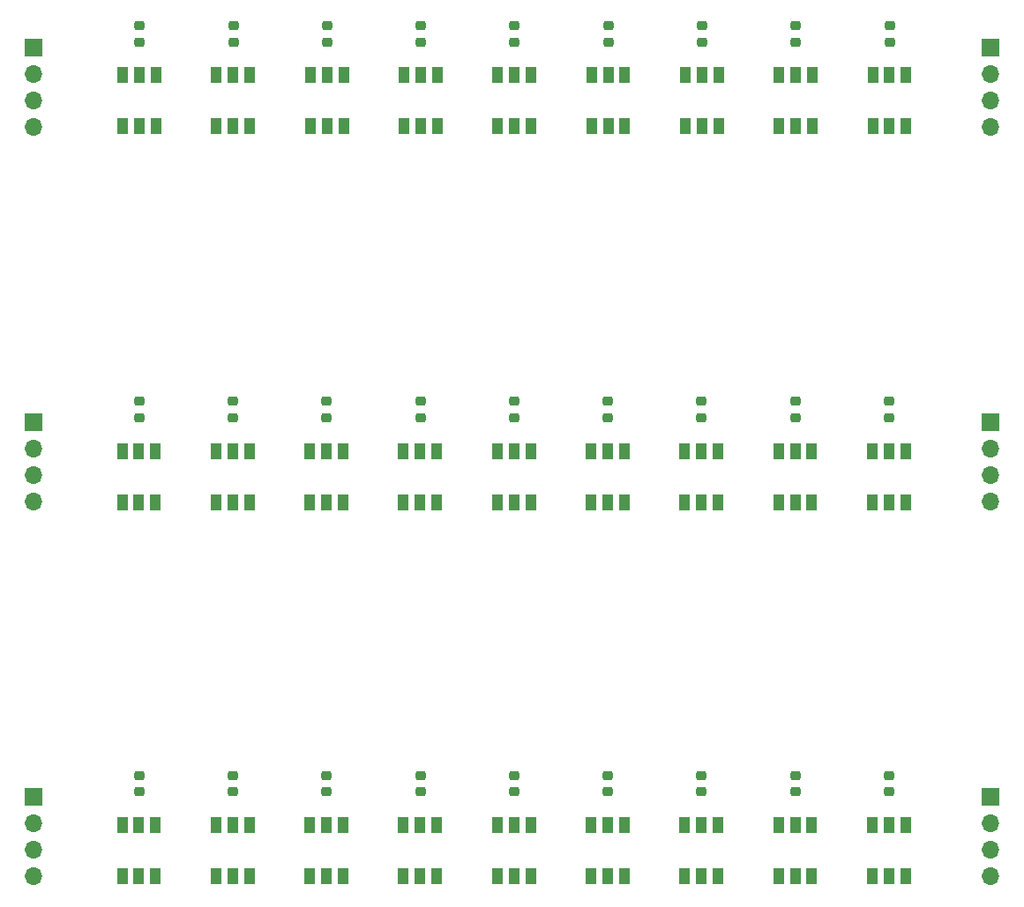
<source format=gbr>
%TF.GenerationSoftware,KiCad,Pcbnew,7.0.2*%
%TF.CreationDate,2023-08-24T09:05:18+02:00*%
%TF.ProjectId,TestingRig,54657374-696e-4675-9269-672e6b696361,rev?*%
%TF.SameCoordinates,Original*%
%TF.FileFunction,Soldermask,Top*%
%TF.FilePolarity,Negative*%
%FSLAX46Y46*%
G04 Gerber Fmt 4.6, Leading zero omitted, Abs format (unit mm)*
G04 Created by KiCad (PCBNEW 7.0.2) date 2023-08-24 09:05:18*
%MOMM*%
%LPD*%
G01*
G04 APERTURE LIST*
G04 Aperture macros list*
%AMRoundRect*
0 Rectangle with rounded corners*
0 $1 Rounding radius*
0 $2 $3 $4 $5 $6 $7 $8 $9 X,Y pos of 4 corners*
0 Add a 4 corners polygon primitive as box body*
4,1,4,$2,$3,$4,$5,$6,$7,$8,$9,$2,$3,0*
0 Add four circle primitives for the rounded corners*
1,1,$1+$1,$2,$3*
1,1,$1+$1,$4,$5*
1,1,$1+$1,$6,$7*
1,1,$1+$1,$8,$9*
0 Add four rect primitives between the rounded corners*
20,1,$1+$1,$2,$3,$4,$5,0*
20,1,$1+$1,$4,$5,$6,$7,0*
20,1,$1+$1,$6,$7,$8,$9,0*
20,1,$1+$1,$8,$9,$2,$3,0*%
G04 Aperture macros list end*
%ADD10RoundRect,0.225000X-0.250000X0.225000X-0.250000X-0.225000X0.250000X-0.225000X0.250000X0.225000X0*%
%ADD11R,1.700000X1.700000*%
%ADD12O,1.700000X1.700000*%
%ADD13R,1.000000X1.500000*%
G04 APERTURE END LIST*
D10*
%TO.C,C9*%
X178204375Y-131442819D03*
X178204375Y-132992819D03*
%TD*%
D11*
%TO.C,J3*%
X96050000Y-97546250D03*
D12*
X96050000Y-100086250D03*
X96050000Y-102626250D03*
X96050000Y-105166250D03*
%TD*%
D10*
%TO.C,C16*%
X160204375Y-95517968D03*
X160204375Y-97067968D03*
%TD*%
D13*
%TO.C,D26*%
X167643125Y-69100957D03*
X169243125Y-69100957D03*
X170843125Y-69100957D03*
X170843125Y-64200957D03*
X169243125Y-64200957D03*
X167643125Y-64200957D03*
%TD*%
%TO.C,D20*%
X113643125Y-69100957D03*
X115243125Y-69100957D03*
X116843125Y-69100957D03*
X116843125Y-64200957D03*
X115243125Y-64200957D03*
X113643125Y-64200957D03*
%TD*%
%TO.C,D16*%
X158593125Y-105192968D03*
X160193125Y-105192968D03*
X161793125Y-105192968D03*
X161793125Y-100292968D03*
X160193125Y-100292968D03*
X158593125Y-100292968D03*
%TD*%
D11*
%TO.C,J2*%
X187950000Y-133546250D03*
D12*
X187950000Y-136086250D03*
X187950000Y-138626250D03*
X187950000Y-141166250D03*
%TD*%
D10*
%TO.C,C1*%
X106204375Y-131442819D03*
X106204375Y-132992819D03*
%TD*%
D13*
%TO.C,D2*%
X113593125Y-141117819D03*
X115193125Y-141117819D03*
X116793125Y-141117819D03*
X116793125Y-136217819D03*
X115193125Y-136217819D03*
X113593125Y-136217819D03*
%TD*%
%TO.C,D10*%
X104593125Y-105192968D03*
X106193125Y-105192968D03*
X107793125Y-105192968D03*
X107793125Y-100292968D03*
X106193125Y-100292968D03*
X104593125Y-100292968D03*
%TD*%
D10*
%TO.C,C26*%
X169254375Y-59450957D03*
X169254375Y-61000957D03*
%TD*%
D13*
%TO.C,D7*%
X158593125Y-141117819D03*
X160193125Y-141117819D03*
X161793125Y-141117819D03*
X161793125Y-136217819D03*
X160193125Y-136217819D03*
X158593125Y-136217819D03*
%TD*%
D10*
%TO.C,C18*%
X178204375Y-95517968D03*
X178204375Y-97067968D03*
%TD*%
D11*
%TO.C,J6*%
X187950000Y-61546250D03*
D12*
X187950000Y-64086250D03*
X187950000Y-66626250D03*
X187950000Y-69166250D03*
%TD*%
D13*
%TO.C,D25*%
X158643125Y-69100957D03*
X160243125Y-69100957D03*
X161843125Y-69100957D03*
X161843125Y-64200957D03*
X160243125Y-64200957D03*
X158643125Y-64200957D03*
%TD*%
%TO.C,D8*%
X167593125Y-141117819D03*
X169193125Y-141117819D03*
X170793125Y-141117819D03*
X170793125Y-136217819D03*
X169193125Y-136217819D03*
X167593125Y-136217819D03*
%TD*%
%TO.C,D9*%
X176593125Y-141117819D03*
X178193125Y-141117819D03*
X179793125Y-141117819D03*
X179793125Y-136217819D03*
X178193125Y-136217819D03*
X176593125Y-136217819D03*
%TD*%
%TO.C,D18*%
X176593125Y-105192968D03*
X178193125Y-105192968D03*
X179793125Y-105192968D03*
X179793125Y-100292968D03*
X178193125Y-100292968D03*
X176593125Y-100292968D03*
%TD*%
%TO.C,D21*%
X122643125Y-69100957D03*
X124243125Y-69100957D03*
X125843125Y-69100957D03*
X125843125Y-64200957D03*
X124243125Y-64200957D03*
X122643125Y-64200957D03*
%TD*%
%TO.C,D22*%
X131643125Y-69100957D03*
X133243125Y-69100957D03*
X134843125Y-69100957D03*
X134843125Y-64200957D03*
X133243125Y-64200957D03*
X131643125Y-64200957D03*
%TD*%
D10*
%TO.C,C4*%
X133204375Y-131442819D03*
X133204375Y-132992819D03*
%TD*%
%TO.C,C6*%
X151204375Y-131442819D03*
X151204375Y-132992819D03*
%TD*%
%TO.C,C13*%
X133204375Y-95517968D03*
X133204375Y-97067968D03*
%TD*%
%TO.C,C17*%
X169204375Y-95517968D03*
X169204375Y-97067968D03*
%TD*%
%TO.C,C7*%
X160204375Y-131442819D03*
X160204375Y-132992819D03*
%TD*%
D13*
%TO.C,D1*%
X104593125Y-141117819D03*
X106193125Y-141117819D03*
X107793125Y-141117819D03*
X107793125Y-136217819D03*
X106193125Y-136217819D03*
X104593125Y-136217819D03*
%TD*%
D10*
%TO.C,C24*%
X151254375Y-59450957D03*
X151254375Y-61000957D03*
%TD*%
D13*
%TO.C,D23*%
X140643125Y-69100957D03*
X142243125Y-69100957D03*
X143843125Y-69100957D03*
X143843125Y-64200957D03*
X142243125Y-64200957D03*
X140643125Y-64200957D03*
%TD*%
D11*
%TO.C,J1*%
X96050000Y-133546250D03*
D12*
X96050000Y-136086250D03*
X96050000Y-138626250D03*
X96050000Y-141166250D03*
%TD*%
D10*
%TO.C,C15*%
X151204375Y-95517968D03*
X151204375Y-97067968D03*
%TD*%
%TO.C,C22*%
X133254375Y-59450957D03*
X133254375Y-61000957D03*
%TD*%
%TO.C,C27*%
X178254375Y-59450957D03*
X178254375Y-61000957D03*
%TD*%
D11*
%TO.C,J5*%
X96050000Y-61546250D03*
D12*
X96050000Y-64086250D03*
X96050000Y-66626250D03*
X96050000Y-69166250D03*
%TD*%
D10*
%TO.C,C3*%
X124204375Y-131442819D03*
X124204375Y-132992819D03*
%TD*%
D13*
%TO.C,D19*%
X104643125Y-69100957D03*
X106243125Y-69100957D03*
X107843125Y-69100957D03*
X107843125Y-64200957D03*
X106243125Y-64200957D03*
X104643125Y-64200957D03*
%TD*%
%TO.C,D5*%
X140593125Y-141117819D03*
X142193125Y-141117819D03*
X143793125Y-141117819D03*
X143793125Y-136217819D03*
X142193125Y-136217819D03*
X140593125Y-136217819D03*
%TD*%
%TO.C,D6*%
X149593125Y-141117819D03*
X151193125Y-141117819D03*
X152793125Y-141117819D03*
X152793125Y-136217819D03*
X151193125Y-136217819D03*
X149593125Y-136217819D03*
%TD*%
%TO.C,D11*%
X113593125Y-105192968D03*
X115193125Y-105192968D03*
X116793125Y-105192968D03*
X116793125Y-100292968D03*
X115193125Y-100292968D03*
X113593125Y-100292968D03*
%TD*%
D10*
%TO.C,C10*%
X106204375Y-95517968D03*
X106204375Y-97067968D03*
%TD*%
%TO.C,C23*%
X142254375Y-59450957D03*
X142254375Y-61000957D03*
%TD*%
%TO.C,C2*%
X115204375Y-131442819D03*
X115204375Y-132992819D03*
%TD*%
%TO.C,C11*%
X115204375Y-95517968D03*
X115204375Y-97067968D03*
%TD*%
D13*
%TO.C,D17*%
X167593125Y-105192968D03*
X169193125Y-105192968D03*
X170793125Y-105192968D03*
X170793125Y-100292968D03*
X169193125Y-100292968D03*
X167593125Y-100292968D03*
%TD*%
%TO.C,D4*%
X131593125Y-141117819D03*
X133193125Y-141117819D03*
X134793125Y-141117819D03*
X134793125Y-136217819D03*
X133193125Y-136217819D03*
X131593125Y-136217819D03*
%TD*%
D10*
%TO.C,C8*%
X169204375Y-131442819D03*
X169204375Y-132992819D03*
%TD*%
%TO.C,C14*%
X142204375Y-95517968D03*
X142204375Y-97067968D03*
%TD*%
%TO.C,C20*%
X115254375Y-59450957D03*
X115254375Y-61000957D03*
%TD*%
D13*
%TO.C,D15*%
X149593125Y-105192968D03*
X151193125Y-105192968D03*
X152793125Y-105192968D03*
X152793125Y-100292968D03*
X151193125Y-100292968D03*
X149593125Y-100292968D03*
%TD*%
D11*
%TO.C,J4*%
X187950000Y-97546250D03*
D12*
X187950000Y-100086250D03*
X187950000Y-102626250D03*
X187950000Y-105166250D03*
%TD*%
D13*
%TO.C,D14*%
X140593125Y-105192968D03*
X142193125Y-105192968D03*
X143793125Y-105192968D03*
X143793125Y-100292968D03*
X142193125Y-100292968D03*
X140593125Y-100292968D03*
%TD*%
%TO.C,D27*%
X176643125Y-69100957D03*
X178243125Y-69100957D03*
X179843125Y-69100957D03*
X179843125Y-64200957D03*
X178243125Y-64200957D03*
X176643125Y-64200957D03*
%TD*%
D10*
%TO.C,C19*%
X106254375Y-59450957D03*
X106254375Y-61000957D03*
%TD*%
%TO.C,C5*%
X142204375Y-131442819D03*
X142204375Y-132992819D03*
%TD*%
D13*
%TO.C,D13*%
X131593125Y-105192968D03*
X133193125Y-105192968D03*
X134793125Y-105192968D03*
X134793125Y-100292968D03*
X133193125Y-100292968D03*
X131593125Y-100292968D03*
%TD*%
D10*
%TO.C,C25*%
X160254375Y-59450957D03*
X160254375Y-61000957D03*
%TD*%
%TO.C,C12*%
X124204375Y-95517968D03*
X124204375Y-97067968D03*
%TD*%
D13*
%TO.C,D12*%
X122593125Y-105192968D03*
X124193125Y-105192968D03*
X125793125Y-105192968D03*
X125793125Y-100292968D03*
X124193125Y-100292968D03*
X122593125Y-100292968D03*
%TD*%
%TO.C,D3*%
X122593125Y-141117819D03*
X124193125Y-141117819D03*
X125793125Y-141117819D03*
X125793125Y-136217819D03*
X124193125Y-136217819D03*
X122593125Y-136217819D03*
%TD*%
D10*
%TO.C,C21*%
X124254375Y-59450957D03*
X124254375Y-61000957D03*
%TD*%
D13*
%TO.C,D24*%
X149643125Y-69100957D03*
X151243125Y-69100957D03*
X152843125Y-69100957D03*
X152843125Y-64200957D03*
X151243125Y-64200957D03*
X149643125Y-64200957D03*
%TD*%
M02*

</source>
